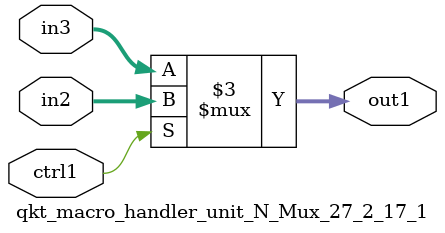
<source format=v>

`timescale 1ps / 1ps


module qkt_macro_handler_unit_N_Mux_27_2_17_1( in3, in2, ctrl1, out1 );

    input [26:0] in3;
    input [26:0] in2;
    input ctrl1;
    output [26:0] out1;
    reg [26:0] out1;

    
    // rtl_process:qkt_macro_handler_unit_N_Mux_27_2_17_1/qkt_macro_handler_unit_N_Mux_27_2_17_1_thread_1
    always @*
      begin : qkt_macro_handler_unit_N_Mux_27_2_17_1_thread_1
        case (ctrl1) 
          1'b1: 
            begin
              out1 = in2;
            end
          default: 
            begin
              out1 = in3;
            end
        endcase
      end

endmodule



</source>
